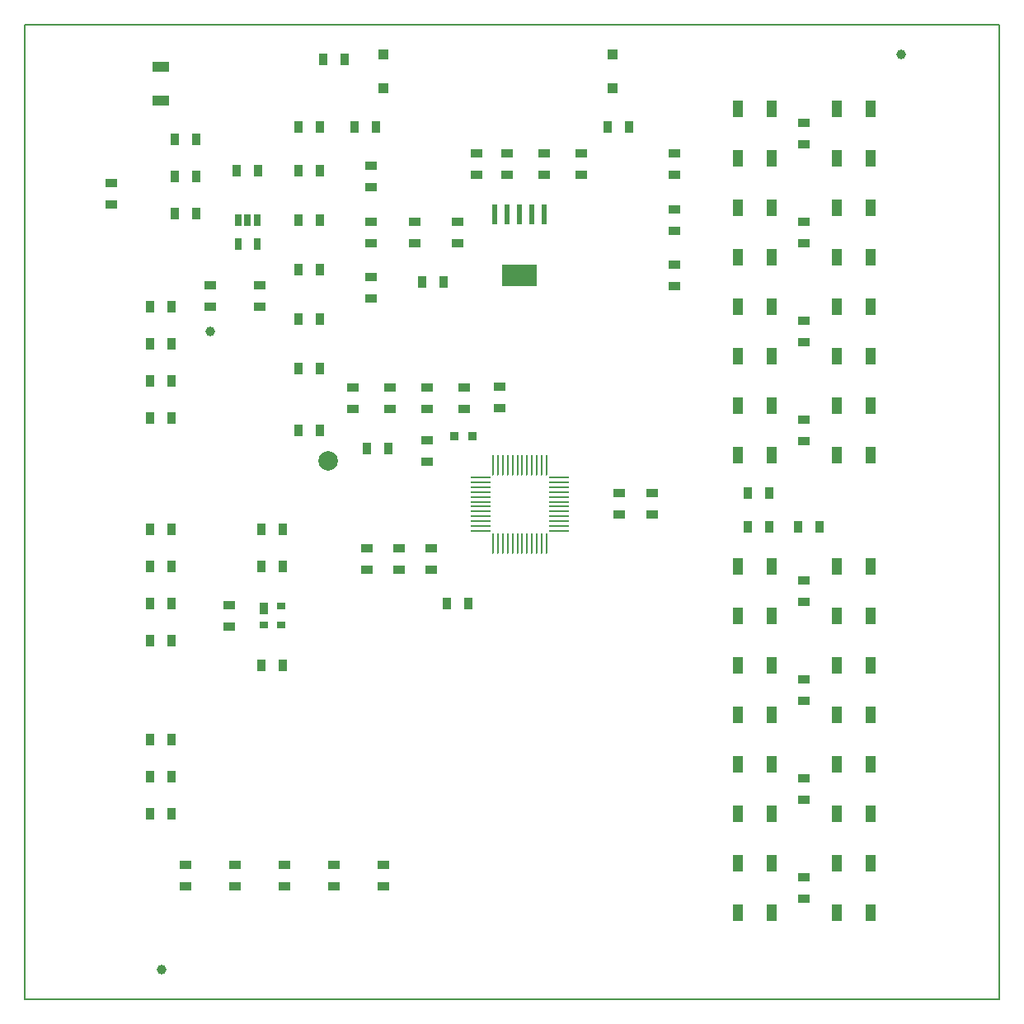
<source format=gtp>
G04 #@! TF.GenerationSoftware,KiCad,Pcbnew,(5.1.0)-1*
G04 #@! TF.CreationDate,2019-04-03T22:14:52+01:00*
G04 #@! TF.ProjectId,DAC-AK4458-1.0,4441432d-414b-4343-9435-382d312e302e,1.0*
G04 #@! TF.SameCoordinates,PX6422c40PY8f0d180*
G04 #@! TF.FileFunction,Paste,Top*
G04 #@! TF.FilePolarity,Positive*
%FSLAX46Y46*%
G04 Gerber Fmt 4.6, Leading zero omitted, Abs format (unit mm)*
G04 Created by KiCad (PCBNEW (5.1.0)-1) date 2019-04-03 22:14:52*
%MOMM*%
%LPD*%
G04 APERTURE LIST*
%ADD10C,0.150000*%
%ADD11R,1.300000X0.900000*%
%ADD12R,3.600000X2.200000*%
%ADD13R,0.550000X2.150000*%
%ADD14R,0.900000X1.300000*%
%ADD15R,1.000000X1.000000*%
%ADD16R,1.100000X1.700000*%
%ADD17R,0.900000X0.900000*%
%ADD18C,1.000000*%
%ADD19R,1.700000X1.100000*%
%ADD20C,2.000000*%
%ADD21R,0.650000X1.200000*%
%ADD22O,2.200000X0.240000*%
%ADD23O,0.240000X2.200000*%
%ADD24R,0.900000X1.200000*%
%ADD25R,0.900000X0.800000*%
G04 APERTURE END LIST*
D10*
X100000000Y0D02*
X0Y0D01*
X100000000Y100000000D02*
X100000000Y0D01*
X0Y100000000D02*
X100000000Y100000000D01*
X0Y0D02*
X0Y100000000D01*
D11*
X57150000Y84625000D03*
X57150000Y86825000D03*
D12*
X50800000Y74320400D03*
D13*
X50800000Y80581500D03*
X48260000Y80581500D03*
X53340000Y80581500D03*
X52070000Y80581500D03*
X49530000Y80581500D03*
D14*
X15410000Y84455000D03*
X17610000Y84455000D03*
D11*
X24130000Y73320000D03*
X24130000Y71120000D03*
D15*
X36830000Y96950000D03*
X36830000Y93550000D03*
D14*
X15410000Y80645000D03*
X17610000Y80645000D03*
X17610000Y88265000D03*
X15410000Y88265000D03*
X37295000Y56515000D03*
X35095000Y56515000D03*
D11*
X40005000Y79840000D03*
X40005000Y77640000D03*
X66675000Y86825000D03*
X66675000Y84625000D03*
X80010000Y90000000D03*
X80010000Y87800000D03*
D16*
X83390000Y91440000D03*
X86790000Y91440000D03*
X83390000Y86360000D03*
X86790000Y86360000D03*
X83390000Y81280000D03*
X86790000Y81280000D03*
X83390000Y76200000D03*
X86790000Y76200000D03*
X83390000Y71120000D03*
X86790000Y71120000D03*
X83390000Y66040000D03*
X86790000Y66040000D03*
X83390000Y60960000D03*
X86790000Y60960000D03*
X83390000Y55880000D03*
X86790000Y55880000D03*
X83390000Y44450000D03*
X86790000Y44450000D03*
X83390000Y39370000D03*
X86790000Y39370000D03*
X83390000Y34290000D03*
X86790000Y34290000D03*
X83390000Y29210000D03*
X86790000Y29210000D03*
X83390000Y24130000D03*
X86790000Y24130000D03*
X83390000Y19050000D03*
X86790000Y19050000D03*
X73230000Y91440000D03*
X76630000Y91440000D03*
X73230000Y86360000D03*
X76630000Y86360000D03*
X73230000Y81280000D03*
X76630000Y81280000D03*
X73230000Y76200000D03*
X76630000Y76200000D03*
X73230000Y71120000D03*
X76630000Y71120000D03*
X73230000Y66040000D03*
X76630000Y66040000D03*
X73230000Y60960000D03*
X76630000Y60960000D03*
X73230000Y55880000D03*
X76630000Y55880000D03*
X73230000Y44450000D03*
X76630000Y44450000D03*
X73230000Y39370000D03*
X76630000Y39370000D03*
X73230000Y34290000D03*
X76630000Y34290000D03*
X73230000Y29210000D03*
X76630000Y29210000D03*
X73230000Y24130000D03*
X76630000Y24130000D03*
X73230000Y19050000D03*
X76630000Y19050000D03*
D11*
X80010000Y79840000D03*
X80010000Y77640000D03*
X80010000Y69680000D03*
X80010000Y67480000D03*
X80010000Y59520000D03*
X80010000Y57320000D03*
X80010000Y43010000D03*
X80010000Y40810000D03*
X80010000Y32850000D03*
X80010000Y30650000D03*
X80010000Y22690000D03*
X80010000Y20490000D03*
D17*
X45974000Y57785000D03*
X44074000Y57785000D03*
D11*
X35560000Y74125000D03*
X35560000Y71925000D03*
X35560000Y77640000D03*
X35560000Y79840000D03*
D14*
X74211000Y48514000D03*
X76411000Y48514000D03*
D11*
X33655000Y62822000D03*
X33655000Y60622000D03*
D16*
X83390000Y13970000D03*
X86790000Y13970000D03*
X83390000Y8890000D03*
X86790000Y8890000D03*
X73230000Y13970000D03*
X76630000Y13970000D03*
X73230000Y8890000D03*
X76630000Y8890000D03*
D14*
X43010000Y73660000D03*
X40810000Y73660000D03*
D11*
X66675000Y75395000D03*
X66675000Y73195000D03*
D14*
X33825000Y89535000D03*
X36025000Y89535000D03*
X12870000Y19050000D03*
X15070000Y19050000D03*
D11*
X31750000Y11600000D03*
X31750000Y13800000D03*
D14*
X15070000Y67310000D03*
X12870000Y67310000D03*
X12870000Y59690000D03*
X15070000Y59690000D03*
X12870000Y63500000D03*
X15070000Y63500000D03*
X12870000Y71120000D03*
X15070000Y71120000D03*
X12870000Y40640000D03*
X15070000Y40640000D03*
D11*
X26670000Y13800000D03*
X26670000Y11600000D03*
D14*
X15070000Y22860000D03*
X12870000Y22860000D03*
X76411000Y51943000D03*
X74211000Y51943000D03*
X28110000Y64770000D03*
X30310000Y64770000D03*
X32850000Y96520000D03*
X30650000Y96520000D03*
D11*
X35560000Y83355000D03*
X35560000Y85555000D03*
X61023500Y51943000D03*
X61023500Y49743000D03*
D14*
X79418000Y48514000D03*
X81618000Y48514000D03*
D11*
X41275000Y62822000D03*
X41275000Y60622000D03*
X37465000Y62822000D03*
X37465000Y60622000D03*
D14*
X30310000Y58420000D03*
X28110000Y58420000D03*
D11*
X80010000Y12530000D03*
X80010000Y10330000D03*
X49530000Y84625000D03*
X49530000Y86825000D03*
X46355000Y84625000D03*
X46355000Y86825000D03*
D14*
X28110000Y80010000D03*
X30310000Y80010000D03*
X28110000Y74930000D03*
X30310000Y74930000D03*
X28110000Y69850000D03*
X30310000Y69850000D03*
X28110000Y85090000D03*
X30310000Y85090000D03*
X23960000Y85090000D03*
X21760000Y85090000D03*
D11*
X66675000Y81110000D03*
X66675000Y78910000D03*
D14*
X28110000Y89535000D03*
X30310000Y89535000D03*
X62060000Y89535000D03*
X59860000Y89535000D03*
D11*
X53340000Y84625000D03*
X53340000Y86825000D03*
D14*
X12870000Y48260000D03*
X15070000Y48260000D03*
X12870000Y44450000D03*
X15070000Y44450000D03*
D11*
X16510000Y11600000D03*
X16510000Y13800000D03*
X21590000Y11600000D03*
X21590000Y13800000D03*
D14*
X12870000Y26670000D03*
X15070000Y26670000D03*
D11*
X19050000Y73320000D03*
X19050000Y71120000D03*
X8890000Y81620000D03*
X8890000Y83820000D03*
D15*
X60325000Y96950000D03*
X60325000Y93550000D03*
D18*
X90000000Y97000000D03*
X14000000Y3000000D03*
D19*
X13970000Y95680000D03*
X13970000Y92280000D03*
D14*
X26500000Y48260000D03*
X24300000Y48260000D03*
X26500000Y44450000D03*
X24300000Y44450000D03*
X26500000Y34290000D03*
X24300000Y34290000D03*
D11*
X20955000Y38270000D03*
X20955000Y40470000D03*
D20*
X31115000Y55245000D03*
D21*
X23810000Y79940000D03*
X22860000Y79940000D03*
X21910000Y79940000D03*
X21910000Y77540000D03*
X23810000Y77540000D03*
D11*
X44450000Y79840000D03*
X44450000Y77640000D03*
X36830000Y13800000D03*
X36830000Y11600000D03*
D18*
X19050000Y68580000D03*
D11*
X45085000Y62822000D03*
X45085000Y60622000D03*
X64389000Y51943000D03*
X64389000Y49743000D03*
X35100000Y46300000D03*
X35100000Y44100000D03*
X38400000Y46300000D03*
X38400000Y44100000D03*
X41700000Y46300000D03*
X41700000Y44100000D03*
D22*
X46750000Y53550000D03*
X46750000Y53050000D03*
X46750000Y52550000D03*
X46750000Y52050000D03*
X46750000Y51550000D03*
X46750000Y51050000D03*
X46750000Y50550000D03*
X46750000Y50050000D03*
X46750000Y49550000D03*
X46750000Y49050000D03*
X46750000Y48550000D03*
X46750000Y48050000D03*
D23*
X48050000Y46750000D03*
X48550000Y46750000D03*
X49050000Y46750000D03*
X49550000Y46750000D03*
X50050000Y46750000D03*
X50550000Y46750000D03*
X51050000Y46750000D03*
X51550000Y46750000D03*
X52050000Y46750000D03*
X52550000Y46750000D03*
X53050000Y46750000D03*
X53550000Y46750000D03*
D22*
X54850000Y48050000D03*
X54850000Y48550000D03*
X54850000Y49050000D03*
X54850000Y49550000D03*
X54850000Y50050000D03*
X54850000Y50550000D03*
X54850000Y51050000D03*
X54850000Y51550000D03*
X54850000Y52050000D03*
X54850000Y52550000D03*
X54850000Y53050000D03*
X54850000Y53550000D03*
D23*
X53550000Y54850000D03*
X53050000Y54850000D03*
X52550000Y54850000D03*
X52050000Y54850000D03*
X51550000Y54850000D03*
X51050000Y54850000D03*
X50550000Y54850000D03*
X50050000Y54850000D03*
X49550000Y54850000D03*
X49050000Y54850000D03*
X48550000Y54850000D03*
X48050000Y54850000D03*
D24*
X24500000Y40120000D03*
D25*
X24500000Y38420000D03*
X26300000Y38420000D03*
X26300000Y40320000D03*
D11*
X41250000Y55150000D03*
X41250000Y57350000D03*
D14*
X45550000Y40640000D03*
X43350000Y40640000D03*
X15070000Y36830000D03*
X12870000Y36830000D03*
D11*
X48750000Y60650000D03*
X48750000Y62850000D03*
M02*

</source>
